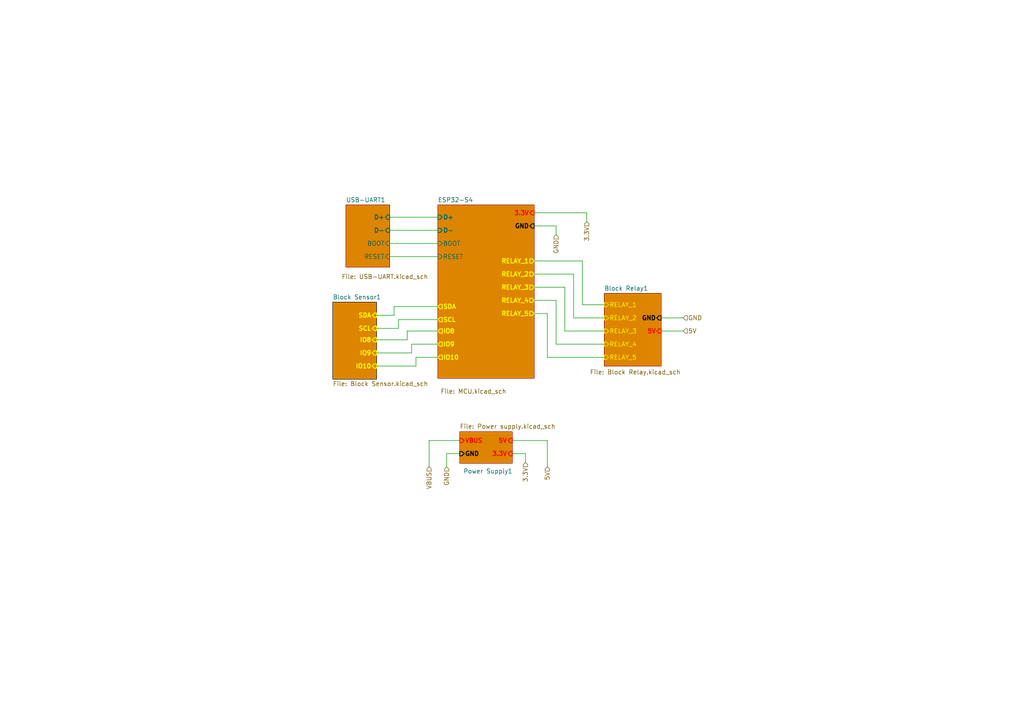
<source format=kicad_sch>
(kicad_sch
	(version 20231120)
	(generator "eeschema")
	(generator_version "8.0")
	(uuid "23b593ea-c141-4a1e-84a3-dae13e1e82b7")
	(paper "A4")
	(lib_symbols)
	(wire
		(pts
			(xy 163.83 96.012) (xy 175.26 96.012)
		)
		(stroke
			(width 0)
			(type default)
		)
		(uuid "17877917-ad81-4526-83c7-f0edfcce54c6")
	)
	(wire
		(pts
			(xy 129.54 131.572) (xy 129.54 135.382)
		)
		(stroke
			(width 0)
			(type default)
		)
		(uuid "240f8c41-68dd-4191-8705-ab2e9ac56507")
	)
	(wire
		(pts
			(xy 170.18 61.722) (xy 170.18 64.262)
		)
		(stroke
			(width 0)
			(type default)
		)
		(uuid "24b5195b-c66b-4ff1-be02-cff3bb154642")
	)
	(wire
		(pts
			(xy 148.59 127.762) (xy 158.75 127.762)
		)
		(stroke
			(width 0)
			(type default)
		)
		(uuid "2ca338e5-8b9f-4319-a1cd-d750aa43e3a0")
	)
	(wire
		(pts
			(xy 158.75 90.932) (xy 158.75 103.632)
		)
		(stroke
			(width 0)
			(type default)
		)
		(uuid "2d880a40-9dd7-4afc-874a-e346515d49fe")
	)
	(wire
		(pts
			(xy 154.94 75.692) (xy 168.91 75.692)
		)
		(stroke
			(width 0)
			(type default)
		)
		(uuid "2fe452b1-6181-44a9-a2f6-69fdd7947cc0")
	)
	(wire
		(pts
			(xy 118.11 96.012) (xy 127 96.012)
		)
		(stroke
			(width 0)
			(type default)
		)
		(uuid "339c5a67-1e80-4573-9a0b-d4b8d8921424")
	)
	(wire
		(pts
			(xy 161.29 99.822) (xy 175.26 99.822)
		)
		(stroke
			(width 0)
			(type default)
		)
		(uuid "35a6ce50-64ac-4080-80b3-9b481b1cd2ea")
	)
	(wire
		(pts
			(xy 154.94 90.932) (xy 158.75 90.932)
		)
		(stroke
			(width 0)
			(type default)
		)
		(uuid "35e8cf97-2423-4e77-bb82-65251167d8c0")
	)
	(wire
		(pts
			(xy 114.3 88.9) (xy 127 88.9)
		)
		(stroke
			(width 0)
			(type default)
		)
		(uuid "3c6dc48c-eb99-4a6a-8ae6-2d5da392993f")
	)
	(wire
		(pts
			(xy 109.22 95.25) (xy 115.57 95.25)
		)
		(stroke
			(width 0)
			(type default)
		)
		(uuid "42783b34-3083-44f4-bf1f-4dfe5d8e1723")
	)
	(wire
		(pts
			(xy 154.94 83.312) (xy 163.83 83.312)
		)
		(stroke
			(width 0)
			(type default)
		)
		(uuid "427c4dc0-e62b-439f-a3c5-db1b3d7e3ec9")
	)
	(wire
		(pts
			(xy 114.3 91.44) (xy 114.3 88.9)
		)
		(stroke
			(width 0)
			(type default)
		)
		(uuid "461c8145-a9f9-4e8e-8e79-b0691624c939")
	)
	(wire
		(pts
			(xy 161.29 65.532) (xy 154.94 65.532)
		)
		(stroke
			(width 0)
			(type default)
		)
		(uuid "47f073fc-6665-4b09-9b62-ef422c642632")
	)
	(wire
		(pts
			(xy 191.77 92.202) (xy 198.12 92.202)
		)
		(stroke
			(width 0)
			(type default)
		)
		(uuid "5d095d96-695d-42e4-af61-d298de0cb714")
	)
	(wire
		(pts
			(xy 109.22 106.172) (xy 120.65 106.172)
		)
		(stroke
			(width 0)
			(type default)
		)
		(uuid "628a86bb-cc6b-4e26-8e5e-b69ad29a48b7")
	)
	(wire
		(pts
			(xy 168.91 75.692) (xy 168.91 88.392)
		)
		(stroke
			(width 0)
			(type default)
		)
		(uuid "68840b5a-bd63-4fb8-8171-ec0f0bdbe252")
	)
	(wire
		(pts
			(xy 113.03 70.612) (xy 127 70.612)
		)
		(stroke
			(width 0)
			(type default)
		)
		(uuid "6caa9e50-e7f4-44b2-8bfe-8ee032e80220")
	)
	(wire
		(pts
			(xy 119.38 102.362) (xy 119.38 99.822)
		)
		(stroke
			(width 0)
			(type default)
		)
		(uuid "6dc2e351-8c4f-4e3e-aa82-463355c8f601")
	)
	(wire
		(pts
			(xy 152.4 134.112) (xy 152.4 131.572)
		)
		(stroke
			(width 0)
			(type default)
		)
		(uuid "70006d5c-0959-40c9-a929-983cbc1aae86")
	)
	(wire
		(pts
			(xy 158.75 103.632) (xy 175.26 103.632)
		)
		(stroke
			(width 0)
			(type default)
		)
		(uuid "78c7dfc9-2d7a-4c1f-9a3b-1c5bf47c7a0b")
	)
	(wire
		(pts
			(xy 109.22 102.362) (xy 119.38 102.362)
		)
		(stroke
			(width 0)
			(type default)
		)
		(uuid "7980d69d-b6a4-47ed-9e7a-031c03f7c9ee")
	)
	(wire
		(pts
			(xy 154.94 79.502) (xy 166.37 79.502)
		)
		(stroke
			(width 0)
			(type default)
		)
		(uuid "7a55d4b5-82bf-403f-89e3-c65d035420a4")
	)
	(wire
		(pts
			(xy 113.03 62.992) (xy 127 62.992)
		)
		(stroke
			(width 0)
			(type default)
		)
		(uuid "8100b659-21f9-4a62-b627-c1b0d5218a4f")
	)
	(wire
		(pts
			(xy 109.22 91.44) (xy 114.3 91.44)
		)
		(stroke
			(width 0)
			(type default)
		)
		(uuid "867ae9af-cc8e-405c-a072-f0f9f62f4dd5")
	)
	(wire
		(pts
			(xy 115.57 95.25) (xy 115.57 92.71)
		)
		(stroke
			(width 0)
			(type default)
		)
		(uuid "894e86a5-39fa-4244-9da9-e29434fdfb99")
	)
	(wire
		(pts
			(xy 120.65 103.632) (xy 127 103.632)
		)
		(stroke
			(width 0)
			(type default)
		)
		(uuid "8f88b8a5-0441-4f8e-8236-9e7eda8373e4")
	)
	(wire
		(pts
			(xy 124.46 127.762) (xy 124.46 135.382)
		)
		(stroke
			(width 0)
			(type default)
		)
		(uuid "928ad34a-3d26-4077-90c0-99800bffc1fc")
	)
	(wire
		(pts
			(xy 154.94 61.722) (xy 170.18 61.722)
		)
		(stroke
			(width 0)
			(type default)
		)
		(uuid "96ccb0e0-20fa-45a1-b4dd-4cb03653b4f7")
	)
	(wire
		(pts
			(xy 113.03 66.802) (xy 127 66.802)
		)
		(stroke
			(width 0)
			(type default)
		)
		(uuid "9a832adc-a020-40b8-b67f-2343f373cf44")
	)
	(wire
		(pts
			(xy 163.83 83.312) (xy 163.83 96.012)
		)
		(stroke
			(width 0)
			(type default)
		)
		(uuid "a3c91d7c-519a-4212-bde9-a023be5ad325")
	)
	(wire
		(pts
			(xy 161.29 68.072) (xy 161.29 65.532)
		)
		(stroke
			(width 0)
			(type default)
		)
		(uuid "a72945ae-fb29-488b-8fa8-d4199a8735c7")
	)
	(wire
		(pts
			(xy 115.57 92.71) (xy 127 92.71)
		)
		(stroke
			(width 0)
			(type default)
		)
		(uuid "abb8ea47-75b5-4247-b258-f4bfe6af7e43")
	)
	(wire
		(pts
			(xy 133.35 131.572) (xy 129.54 131.572)
		)
		(stroke
			(width 0)
			(type default)
		)
		(uuid "abf8b166-5eb3-4f5a-bd13-7fd2253d2d8f")
	)
	(wire
		(pts
			(xy 168.91 88.392) (xy 175.26 88.392)
		)
		(stroke
			(width 0)
			(type default)
		)
		(uuid "acc3f08f-1522-4a29-a63d-7fbcdd50f424")
	)
	(wire
		(pts
			(xy 113.03 74.422) (xy 127 74.422)
		)
		(stroke
			(width 0)
			(type default)
		)
		(uuid "acf0786d-92e2-4cf3-8cc7-c8c5ad508dad")
	)
	(wire
		(pts
			(xy 166.37 79.502) (xy 166.37 92.202)
		)
		(stroke
			(width 0)
			(type default)
		)
		(uuid "b4883397-ea07-48e7-833d-fa905f26e2dd")
	)
	(wire
		(pts
			(xy 191.77 96.012) (xy 198.12 96.012)
		)
		(stroke
			(width 0)
			(type default)
		)
		(uuid "b58234ac-3425-4fcd-83ad-e3164556b608")
	)
	(wire
		(pts
			(xy 120.65 106.172) (xy 120.65 103.632)
		)
		(stroke
			(width 0)
			(type default)
		)
		(uuid "b7aef353-d7de-4cc0-ac96-7df961d70327")
	)
	(wire
		(pts
			(xy 133.35 127.762) (xy 124.46 127.762)
		)
		(stroke
			(width 0)
			(type default)
		)
		(uuid "b7ec5aa6-9b81-4e89-a093-b085c9562a48")
	)
	(wire
		(pts
			(xy 119.38 99.822) (xy 127 99.822)
		)
		(stroke
			(width 0)
			(type default)
		)
		(uuid "c1fcc077-334b-482b-ba89-80841753fa5b")
	)
	(wire
		(pts
			(xy 166.37 92.202) (xy 175.26 92.202)
		)
		(stroke
			(width 0)
			(type default)
		)
		(uuid "c6a3282d-7fd8-4c5d-b609-a8dfec89d0a8")
	)
	(wire
		(pts
			(xy 154.94 87.122) (xy 161.29 87.122)
		)
		(stroke
			(width 0)
			(type default)
		)
		(uuid "cd4ee89c-3d17-402b-a07b-7c1b0bc9950a")
	)
	(wire
		(pts
			(xy 158.75 127.762) (xy 158.75 135.382)
		)
		(stroke
			(width 0)
			(type default)
		)
		(uuid "d2852ee7-cae9-49d6-9d06-8265481a7048")
	)
	(wire
		(pts
			(xy 118.11 98.552) (xy 118.11 96.012)
		)
		(stroke
			(width 0)
			(type default)
		)
		(uuid "d4080822-053d-4ec1-89fe-4ae2dddafc63")
	)
	(wire
		(pts
			(xy 109.22 98.552) (xy 118.11 98.552)
		)
		(stroke
			(width 0)
			(type default)
		)
		(uuid "daf3f752-f918-421f-b9b1-0a93114b35e7")
	)
	(wire
		(pts
			(xy 161.29 87.122) (xy 161.29 99.822)
		)
		(stroke
			(width 0)
			(type default)
		)
		(uuid "f1b702c0-90c2-4a6a-a9ac-a5fc49c365c2")
	)
	(wire
		(pts
			(xy 152.4 131.572) (xy 148.59 131.572)
		)
		(stroke
			(width 0)
			(type default)
		)
		(uuid "fd6baf49-16bf-412e-a6ef-956b6d07d8a9")
	)
	(hierarchical_label "GND"
		(shape input)
		(at 198.12 92.202 0)
		(fields_autoplaced yes)
		(effects
			(font
				(size 1.27 1.27)
			)
			(justify left)
		)
		(uuid "1d333d95-1c51-40a0-a207-36fdc9ebe890")
	)
	(hierarchical_label "3.3V"
		(shape input)
		(at 170.18 64.262 270)
		(fields_autoplaced yes)
		(effects
			(font
				(size 1.27 1.27)
			)
			(justify right)
		)
		(uuid "1ff466b6-d529-4545-b3ed-813e4c16d614")
	)
	(hierarchical_label "GND"
		(shape input)
		(at 161.29 68.072 270)
		(fields_autoplaced yes)
		(effects
			(font
				(size 1.27 1.27)
			)
			(justify right)
		)
		(uuid "222de747-a000-4b43-94b2-26314477bdaf")
	)
	(hierarchical_label "5V"
		(shape input)
		(at 158.75 135.382 270)
		(fields_autoplaced yes)
		(effects
			(font
				(size 1.27 1.27)
			)
			(justify right)
		)
		(uuid "3101ae98-9341-4dfd-a4ac-085dbe06330c")
	)
	(hierarchical_label "3.3V"
		(shape input)
		(at 152.4 134.112 270)
		(fields_autoplaced yes)
		(effects
			(font
				(size 1.27 1.27)
			)
			(justify right)
		)
		(uuid "3d04fc6a-620c-4424-8877-03a71318d8e9")
	)
	(hierarchical_label "VBUS"
		(shape input)
		(at 124.46 135.382 270)
		(fields_autoplaced yes)
		(effects
			(font
				(size 1.27 1.27)
			)
			(justify right)
		)
		(uuid "85799dcd-5520-455d-8688-0c1fcee73798")
	)
	(hierarchical_label "GND"
		(shape input)
		(at 129.54 135.382 270)
		(fields_autoplaced yes)
		(effects
			(font
				(size 1.27 1.27)
			)
			(justify right)
		)
		(uuid "aa7bd3ab-1408-4531-b575-b118b34b59f2")
	)
	(hierarchical_label "5V"
		(shape input)
		(at 198.12 96.012 0)
		(fields_autoplaced yes)
		(effects
			(font
				(size 1.27 1.27)
			)
			(justify left)
		)
		(uuid "d3536601-f97e-4eec-934e-39bf360c6b7e")
	)
	(sheet
		(at 100.33 59.436)
		(size 12.7 18.034)
		(stroke
			(width 0.1524)
			(type solid)
		)
		(fill
			(color 221 133 0 1.0000)
		)
		(uuid "768fe99b-0ade-4ebe-9148-804d23124789")
		(property "Sheetname" "USB-UART1"
			(at 100.33 58.7244 0)
			(effects
				(font
					(size 1.27 1.27)
				)
				(justify left bottom)
			)
		)
		(property "Sheetfile" "USB-UART.kicad_sch"
			(at 99.06 79.502 0)
			(effects
				(font
					(size 1.27 1.27)
				)
				(justify left top)
			)
		)
		(pin "D-" input
			(at 113.03 66.802 0)
			(effects
				(font
					(size 1.27 1.27)
					(thickness 0.254)
					(bold yes)
				)
				(justify right)
			)
			(uuid "cd5b07ea-c5b3-4b97-859b-6b3a2bddbfa8")
		)
		(pin "D+" input
			(at 113.03 62.992 0)
			(effects
				(font
					(size 1.27 1.27)
					(thickness 0.254)
					(bold yes)
				)
				(justify right)
			)
			(uuid "695d9fec-d2ee-4fb9-aafa-81a4e2d3655d")
		)
		(pin "RESET" input
			(at 113.03 74.422 0)
			(effects
				(font
					(size 1.27 1.27)
				)
				(justify right)
			)
			(uuid "8715ca03-9a04-459c-ad16-d4e9d2848716")
		)
		(pin "BOOT" input
			(at 113.03 70.612 0)
			(effects
				(font
					(size 1.27 1.27)
				)
				(justify right)
			)
			(uuid "6b9c0a4e-a1fc-411a-85db-558004639ca9")
		)
		(instances
			(project "HydroB V2"
				(path "/0a8bb8df-6bdd-4d10-933b-144d3fa4f517/b5cea501-254b-4c6a-af47-d8c013c279ab"
					(page "6")
				)
			)
		)
	)
	(sheet
		(at 96.52 87.63)
		(size 12.7 22.352)
		(fields_autoplaced yes)
		(stroke
			(width 0.1524)
			(type solid)
			(color 0 0 0 1)
		)
		(fill
			(color 221 133 0 1.0000)
		)
		(uuid "8f835ad3-c2cc-4f7e-9766-2e7525ceefc9")
		(property "Sheetname" "Block Sensor1"
			(at 96.52 86.9184 0)
			(effects
				(font
					(size 1.27 1.27)
				)
				(justify left bottom)
			)
		)
		(property "Sheetfile" "Block Sensor.kicad_sch"
			(at 96.52 110.5666 0)
			(effects
				(font
					(size 1.27 1.27)
				)
				(justify left top)
			)
		)
		(pin "IO9" input
			(at 109.22 102.362 0)
			(effects
				(font
					(size 1.27 1.27)
					(thickness 0.254)
					(bold yes)
					(color 255 255 0 1)
				)
				(justify right)
			)
			(uuid "baa8c1cf-daa7-40f2-97b4-7c584808e598")
		)
		(pin "IO10" input
			(at 109.22 106.172 0)
			(effects
				(font
					(size 1.27 1.27)
					(thickness 0.254)
					(bold yes)
					(color 255 255 0 1)
				)
				(justify right)
			)
			(uuid "c9cc299d-4dfe-423e-be74-c61fc0038e53")
		)
		(pin "IO8" input
			(at 109.22 98.552 0)
			(effects
				(font
					(size 1.27 1.27)
					(thickness 0.254)
					(bold yes)
					(color 255 255 0 1)
				)
				(justify right)
			)
			(uuid "e9eb67e2-3ddd-4053-92cd-f2153b852a60")
		)
		(pin "SDA" input
			(at 109.22 91.44 0)
			(effects
				(font
					(size 1.27 1.27)
					(thickness 0.254)
					(bold yes)
					(color 255 255 0 1)
				)
				(justify right)
			)
			(uuid "bced710c-afbb-463d-9cfd-aa79c97cadb4")
		)
		(pin "SCL" input
			(at 109.22 95.25 0)
			(effects
				(font
					(size 1.27 1.27)
					(thickness 0.254)
					(bold yes)
					(color 255 255 0 1)
				)
				(justify right)
			)
			(uuid "4f794cd1-d1c5-447a-ad27-73d551d47384")
		)
		(instances
			(project "HydroB V2"
				(path "/0a8bb8df-6bdd-4d10-933b-144d3fa4f517/b5cea501-254b-4c6a-af47-d8c013c279ab"
					(page "3")
				)
			)
		)
	)
	(sheet
		(at 175.26 85.09)
		(size 16.51 21.082)
		(stroke
			(width 0.1524)
			(type solid)
		)
		(fill
			(color 221 133 0 1.0000)
		)
		(uuid "bce2cdfd-751e-4af0-a2eb-f587a83428f4")
		(property "Sheetname" "Block Relay1"
			(at 175.26 84.3784 0)
			(effects
				(font
					(size 1.27 1.27)
				)
				(justify left bottom)
			)
		)
		(property "Sheetfile" "Block Relay.kicad_sch"
			(at 171.069 107.188 0)
			(effects
				(font
					(size 1.27 1.27)
				)
				(justify left top)
			)
		)
		(pin "RELAY_5" input
			(at 175.26 103.632 180)
			(effects
				(font
					(size 1.27 1.27)
					(color 255 255 0 1)
				)
				(justify left)
			)
			(uuid "cbefed75-8609-461d-997f-99cde797d4fa")
		)
		(pin "RELAY_4" input
			(at 175.26 99.822 180)
			(effects
				(font
					(size 1.27 1.27)
					(color 255 255 0 1)
				)
				(justify left)
			)
			(uuid "cb2739cf-e277-42a4-8f79-2f9c8546b8b7")
		)
		(pin "RELAY_3" input
			(at 175.26 96.012 180)
			(effects
				(font
					(size 1.27 1.27)
					(color 255 255 0 1)
				)
				(justify left)
			)
			(uuid "3e110557-d04e-4514-b2a3-713b9a8bc08e")
		)
		(pin "RELAY_2" input
			(at 175.26 92.202 180)
			(effects
				(font
					(size 1.27 1.27)
					(color 255 255 0 1)
				)
				(justify left)
			)
			(uuid "28fab704-1db6-4af2-a32c-a7dacc79653f")
		)
		(pin "RELAY_1" input
			(at 175.26 88.392 180)
			(effects
				(font
					(size 1.27 1.27)
					(color 255 255 0 1)
				)
				(justify left)
			)
			(uuid "a80a102d-ff8c-448d-b1bd-d6c72b624a5b")
		)
		(pin "GND" input
			(at 191.77 92.202 0)
			(effects
				(font
					(size 1.27 1.27)
					(thickness 0.254)
					(bold yes)
					(color 0 0 0 1)
				)
				(justify right)
			)
			(uuid "d71ecc2c-0168-495d-800a-0329209a2532")
		)
		(pin "5V" input
			(at 191.77 96.012 0)
			(effects
				(font
					(size 1.27 1.27)
					(thickness 0.254)
					(bold yes)
					(color 255 0 0 1)
				)
				(justify right)
			)
			(uuid "7b3282ff-f07b-4aba-8680-8cd7acc09ce4")
		)
		(instances
			(project "HydroB V2"
				(path "/0a8bb8df-6bdd-4d10-933b-144d3fa4f517/b5cea501-254b-4c6a-af47-d8c013c279ab"
					(page "2")
				)
			)
		)
	)
	(sheet
		(at 133.35 125.222)
		(size 15.24 9.144)
		(stroke
			(width 0.1524)
			(type solid)
		)
		(fill
			(color 221 133 0 1.0000)
		)
		(uuid "d50825f3-7645-4f22-8c9c-6a6002c3efba")
		(property "Sheetname" "Power Supply1"
			(at 134.366 137.414 0)
			(effects
				(font
					(size 1.27 1.27)
				)
				(justify left bottom)
			)
		)
		(property "Sheetfile" "Power supply.kicad_sch"
			(at 133.35 122.936 0)
			(effects
				(font
					(size 1.27 1.27)
				)
				(justify left top)
			)
		)
		(pin "GND" input
			(at 133.35 131.572 180)
			(effects
				(font
					(size 1.27 1.27)
					(thickness 0.254)
					(bold yes)
					(color 0 0 0 1)
				)
				(justify left)
			)
			(uuid "0821f47e-3baf-437a-9ebb-2ab98795ed3f")
		)
		(pin "VBUS" input
			(at 133.35 127.762 180)
			(effects
				(font
					(size 1.27 1.27)
					(thickness 0.254)
					(bold yes)
					(color 255 0 0 1)
				)
				(justify left)
			)
			(uuid "9d59b311-e5ad-4d62-8c02-edaaa4d29d07")
		)
		(pin "3.3V" input
			(at 148.59 131.572 0)
			(effects
				(font
					(size 1.27 1.27)
					(thickness 0.254)
					(bold yes)
					(color 255 0 0 1)
				)
				(justify right)
			)
			(uuid "b13ffd42-70b6-4d80-bcfc-b42901991313")
		)
		(pin "5V" input
			(at 148.59 127.762 0)
			(effects
				(font
					(size 1.27 1.27)
					(thickness 0.254)
					(bold yes)
					(color 255 0 0 1)
				)
				(justify right)
			)
			(uuid "c7fa3925-50fd-4d27-b2aa-830fa622c559")
		)
		(instances
			(project "HydroB V2"
				(path "/0a8bb8df-6bdd-4d10-933b-144d3fa4f517/b5cea501-254b-4c6a-af47-d8c013c279ab"
					(page "5")
				)
			)
		)
	)
	(sheet
		(at 127 59.436)
		(size 27.94 50.292)
		(stroke
			(width 0.1524)
			(type solid)
		)
		(fill
			(color 221 133 0 1.0000)
		)
		(uuid "ec9ee8ef-fc9d-4925-9304-49bf7b4d5612")
		(property "Sheetname" "ESP32-S4"
			(at 127 58.7244 0)
			(effects
				(font
					(size 1.27 1.27)
				)
				(justify left bottom)
			)
		)
		(property "Sheetfile" "MCU.kicad_sch"
			(at 127.762 112.776 0)
			(effects
				(font
					(size 1.27 1.27)
				)
				(justify left top)
			)
		)
		(pin "IO10" output
			(at 127 103.632 180)
			(effects
				(font
					(size 1.27 1.27)
					(thickness 0.254)
					(bold yes)
					(color 255 255 0 1)
				)
				(justify left)
			)
			(uuid "701b94b4-5fed-46ea-93b1-48d0dafb3c72")
		)
		(pin "IO9" output
			(at 127 99.822 180)
			(effects
				(font
					(size 1.27 1.27)
					(thickness 0.254)
					(bold yes)
					(color 255 255 0 1)
				)
				(justify left)
			)
			(uuid "3282096c-477d-48df-8ba5-3d66a972d059")
		)
		(pin "RELAY_5" output
			(at 154.94 90.932 0)
			(effects
				(font
					(size 1.27 1.27)
					(thickness 0.254)
					(bold yes)
					(color 255 255 0 1)
				)
				(justify right)
			)
			(uuid "340fc20e-c41f-41ad-931a-1587d369e54e")
		)
		(pin "RELAY_4" output
			(at 154.94 87.122 0)
			(effects
				(font
					(size 1.27 1.27)
					(thickness 0.254)
					(bold yes)
					(color 255 255 0 1)
				)
				(justify right)
			)
			(uuid "58bac143-1945-4e00-aabc-a38f867ec860")
		)
		(pin "RELAY_3" output
			(at 154.94 83.312 0)
			(effects
				(font
					(size 1.27 1.27)
					(bold yes)
					(color 255 255 0 1)
				)
				(justify right)
			)
			(uuid "dfeaa277-c948-488c-98cb-134c37affd20")
		)
		(pin "RELAY_1" output
			(at 154.94 75.692 0)
			(effects
				(font
					(size 1.27 1.27)
					(bold yes)
					(color 255 255 0 1)
				)
				(justify right)
			)
			(uuid "0f4d71ae-bcf0-418a-905c-f825355204d7")
		)
		(pin "RELAY_2" output
			(at 154.94 79.502 0)
			(effects
				(font
					(size 1.27 1.27)
					(bold yes)
					(color 255 255 0 1)
				)
				(justify right)
			)
			(uuid "ffcdd4fe-a27f-480b-9360-51e0d047e203")
		)
		(pin "D-" input
			(at 127 66.802 180)
			(effects
				(font
					(size 1.27 1.27)
					(thickness 0.254)
					(bold yes)
				)
				(justify left)
			)
			(uuid "3ab111cd-1571-4c3f-a3d8-ac6960360fb2")
		)
		(pin "D+" input
			(at 127 62.992 180)
			(effects
				(font
					(size 1.27 1.27)
					(thickness 0.254)
					(bold yes)
				)
				(justify left)
			)
			(uuid "f3d84938-49d9-41d9-827e-709aa674cc65")
		)
		(pin "IO8" output
			(at 127 96.012 180)
			(effects
				(font
					(size 1.27 1.27)
					(thickness 0.254)
					(bold yes)
					(color 255 255 0 1)
				)
				(justify left)
			)
			(uuid "28036598-5152-4eba-835f-7a1e2ef1476d")
		)
		(pin "SCL" output
			(at 127 92.71 180)
			(effects
				(font
					(size 1.27 1.27)
					(thickness 0.254)
					(bold yes)
					(color 255 255 0 1)
				)
				(justify left)
			)
			(uuid "4bed56a3-775b-4d98-ad50-f1e07f6da544")
		)
		(pin "SDA" output
			(at 127 88.9 180)
			(effects
				(font
					(size 1.27 1.27)
					(thickness 0.254)
					(bold yes)
					(color 255 255 0 1)
				)
				(justify left)
			)
			(uuid "211e5d9c-3a7d-4179-bed9-5712abf0b852")
		)
		(pin "BOOT" input
			(at 127 70.612 180)
			(effects
				(font
					(size 1.27 1.27)
				)
				(justify left)
			)
			(uuid "34ee332c-763e-48ab-a106-06fc1fbc4cb7")
		)
		(pin "RESET" input
			(at 127 74.422 180)
			(effects
				(font
					(size 1.27 1.27)
				)
				(justify left)
			)
			(uuid "87c23ec8-0c8f-4ef1-a63f-4e67e6e51c10")
		)
		(pin "GND" input
			(at 154.94 65.532 0)
			(effects
				(font
					(size 1.27 1.27)
					(thickness 0.254)
					(bold yes)
					(color 0 0 0 1)
				)
				(justify right)
			)
			(uuid "d4e7cb7b-6182-45f3-a28a-dd8a1cb5132d")
		)
		(pin "3.3V" input
			(at 154.94 61.722 0)
			(effects
				(font
					(size 1.27 1.27)
					(thickness 0.254)
					(bold yes)
					(color 255 0 0 1)
				)
				(justify right)
			)
			(uuid "f9e98fd1-42f7-4cb8-9222-e7aa1a2646dd")
		)
		(instances
			(project "HydroB V2"
				(path "/0a8bb8df-6bdd-4d10-933b-144d3fa4f517/b5cea501-254b-4c6a-af47-d8c013c279ab"
					(page "4")
				)
			)
		)
	)
)
</source>
